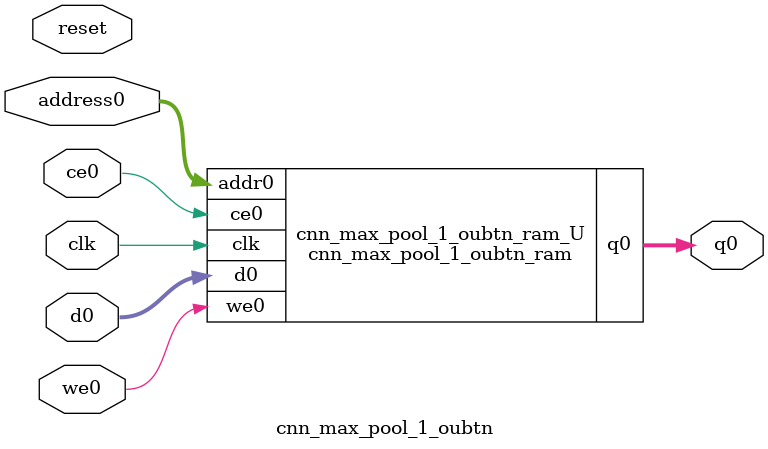
<source format=v>
`timescale 1 ns / 1 ps
module cnn_max_pool_1_oubtn_ram (addr0, ce0, d0, we0, q0,  clk);

parameter DWIDTH = 14;
parameter AWIDTH = 5;
parameter MEM_SIZE = 20;

input[AWIDTH-1:0] addr0;
input ce0;
input[DWIDTH-1:0] d0;
input we0;
output reg[DWIDTH-1:0] q0;
input clk;

(* ram_style = "distributed" *)reg [DWIDTH-1:0] ram[0:MEM_SIZE-1];




always @(posedge clk)  
begin 
    if (ce0) 
    begin
        if (we0) 
        begin 
            ram[addr0] <= d0; 
        end 
        q0 <= ram[addr0];
    end
end


endmodule

`timescale 1 ns / 1 ps
module cnn_max_pool_1_oubtn(
    reset,
    clk,
    address0,
    ce0,
    we0,
    d0,
    q0);

parameter DataWidth = 32'd14;
parameter AddressRange = 32'd20;
parameter AddressWidth = 32'd5;
input reset;
input clk;
input[AddressWidth - 1:0] address0;
input ce0;
input we0;
input[DataWidth - 1:0] d0;
output[DataWidth - 1:0] q0;



cnn_max_pool_1_oubtn_ram cnn_max_pool_1_oubtn_ram_U(
    .clk( clk ),
    .addr0( address0 ),
    .ce0( ce0 ),
    .we0( we0 ),
    .d0( d0 ),
    .q0( q0 ));

endmodule


</source>
